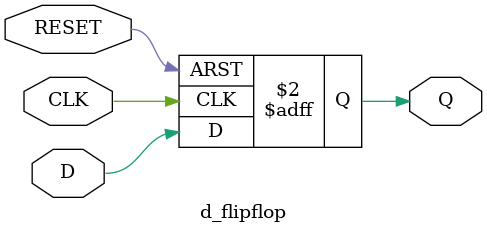
<source format=v>
`timescale 1ns / 1ps

module d_flipflop(
    input  wire D,
    input  wire CLK,
    input  wire RESET,      // Active-high reset
    output reg Q
);

always @(posedge CLK or posedge RESET) begin
    if (RESET)
        Q <= 1'b0;          // Reset output
    else
        Q <= D;             // Store the input
end

endmodule

</source>
